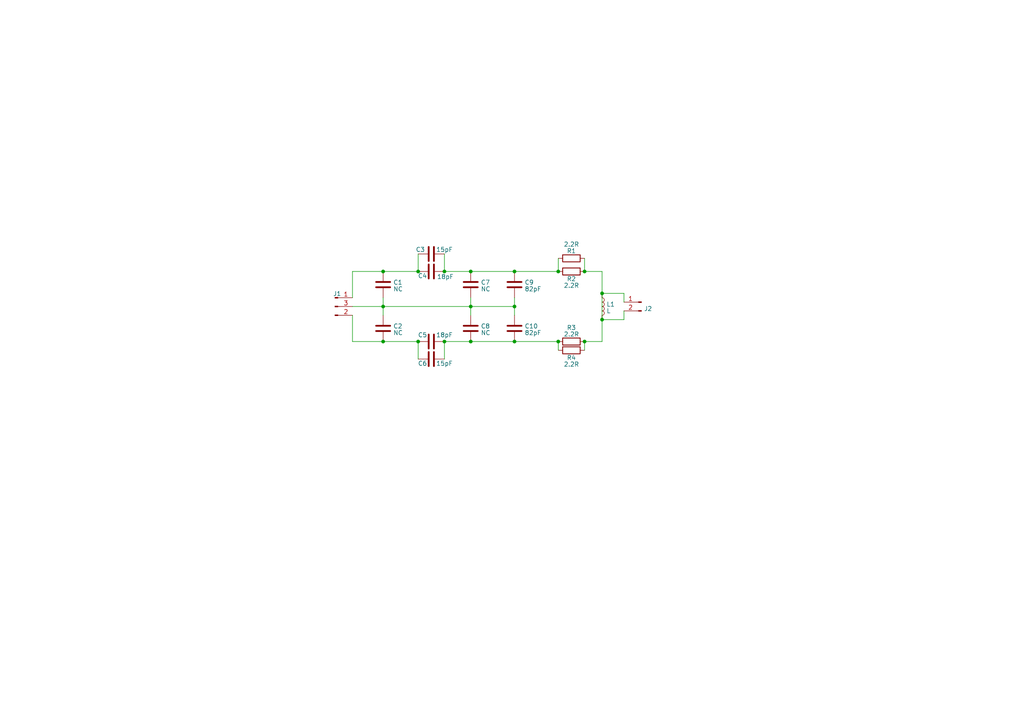
<source format=kicad_sch>
(kicad_sch (version 20230121) (generator eeschema)
  (paper "A4")
  (lib_symbols
    (symbol "Connector:Conn_01x02_Pin" (pin_names (offset 1.016) hide)
      (property "Reference" "J" (at 0 2.54 0))
      (property "Value" "Conn_01x02_Pin" (at 0 -5.08 0))
      (symbol "Conn_01x02_Pin_1_1"
        (polyline (pts (xy 1.27 -2.54) (xy 0.8636 -2.54)) (stroke (width 0.1524)))
        (polyline (pts (xy 1.27 0) (xy 0.8636 0)) (stroke (width 0.1524)))
        (rectangle (start 0.8636 -2.413) (end 0 -2.667) (stroke (width 0.1524)) (fill (type outline)))
        (rectangle (start 0.8636 0.127) (end 0 -0.127) (stroke (width 0.1524)) (fill (type outline)))
        (pin passive line (at 5.08 0 180) (length 3.81) (name "Pin_1") (number "1"))
        (pin passive line (at 5.08 -2.54 180) (length 3.81) (name "Pin_2") (number "2"))
      )
    )
    (symbol "Device:C" (pin_numbers hide) (pin_names (offset 0.254))
      (property "Reference" "C" (at 0.635 2.54 0))
      (property "Value" "C" (at 0.635 -2.54 0))
      (symbol "C_0_1"
        (polyline (pts (xy -2.032 -0.762) (xy 2.032 -0.762)) (stroke (width 0.508)))
        (polyline (pts (xy -2.032 0.762) (xy 2.032 0.762)) (stroke (width 0.508)))
      )
      (symbol "C_1_1"
        (pin passive line (at 0 3.81 270) (length 2.794) (name "~") (number "1"))
        (pin passive line (at 0 -3.81 90) (length 2.794) (name "~") (number "2"))
      )
    )
    (symbol "Device:R" (pin_numbers hide) (pin_names (offset 0))
      (property "Reference" "R" (at 2.032 0 90))
      (property "Value" "R" (at 0 0 90))
      (symbol "R_0_1"
        (rectangle (start -1.016 -2.54) (end 1.016 2.54) (stroke (width 0.254)))
      )
      (symbol "R_1_1"
        (pin passive line (at 0 3.81 270) (length 1.27) (name "~") (number "1"))
        (pin passive line (at 0 -3.81 90) (length 1.27) (name "~") (number "2"))
      )
    )
    (symbol "rfidAntenna38x41:Conn_01x03_Pin" (pin_names (offset 1.016) hide)
      (property "Reference" "J1" (at 0.635 3.7051 0))
      (symbol "Conn_01x03_Pin_1_1"
        (polyline (pts (xy 1.27 -2.54) (xy 0.8636 -2.54)) (stroke (width 0.1524)))
        (polyline (pts (xy 1.27 0) (xy 0.8636 0)) (stroke (width 0.1524)))
        (polyline (pts (xy 1.27 2.54) (xy 0.8636 2.54)) (stroke (width 0.1524)))
        (rectangle (start 0.8636 -2.413) (end 0 -2.667) (stroke (width 0.1524)) (fill (type outline)))
        (rectangle (start 0.8636 0.127) (end 0 -0.127) (stroke (width 0.1524)) (fill (type outline)))
        (rectangle (start 0.8636 2.667) (end 0 2.413) (stroke (width 0.1524)) (fill (type outline)))
        (pin passive line (at 5.08 2.54 180) (length 3.81) (name "Pin_1") (number "1"))
        (pin passive line (at 5.08 -2.54 180) (length 3.81) (name "Pin_3") (number "2"))
        (pin passive line (at 5.08 0 180) (length 3.81) (name "Pin_2") (number "3"))
      )
    )
    (symbol "rfidAntenna38x41:L" (pin_numbers hide) (pin_names (offset 1.016) hide)
      (property "Reference" "L1" (at 1.2672 0.6437 0))
      (property "Value" "L" (at 1.2672 -1.2773 0))
      (symbol "L_0_1"
        (arc (start 0 -2.54) (mid 0.6323 -1.905) (end 0 -1.27))
        (arc (start 0 -1.27) (mid 0.6323 -0.635) (end 0 0))
        (arc (start 0 0) (mid 0.6323 0.635) (end 0 1.27))
        (arc (start 0 1.27) (mid 0.6323 1.905) (end 0 2.54))
      )
      (symbol "L_1_1"
        (pin passive line (at 0 3.81 270) (length 1.27) (name "1") (number "1"))
        (pin passive line (at 0 -3.81 90) (length 1.27) (name "2") (number "2"))
      )
    )
  )
  (junction (at 149.225 99.06))
  (junction (at 128.905 78.74))
  (junction (at 169.545 78.74))
  (junction (at 161.925 78.74))
  (junction (at 121.285 99.06))
  (junction (at 111.125 88.9))
  (junction (at 111.125 99.06))
  (junction (at 136.525 99.06))
  (junction (at 174.625 85.09))
  (junction (at 174.625 92.71))
  (junction (at 128.905 99.06))
  (junction (at 169.545 99.06))
  (junction (at 161.925 99.06))
  (junction (at 136.525 88.9))
  (junction (at 136.525 78.74))
  (junction (at 149.225 78.74))
  (junction (at 111.125 78.74))
  (junction (at 121.285 78.74))
  (junction (at 149.225 88.9))
  (wire (pts (xy 121.285 78.74) (xy 121.285 73.66)))
  (wire (pts (xy 121.285 104.14) (xy 121.285 99.06)))
  (wire (pts (xy 149.225 88.9) (xy 149.225 91.44)))
  (wire (pts (xy 174.625 92.71) (xy 174.625 99.06)))
  (wire (pts (xy 121.285 99.06) (xy 111.125 99.06)))
  (wire (pts (xy 180.975 85.09) (xy 180.975 87.63)))
  (wire (pts (xy 169.545 74.93) (xy 169.545 78.74)))
  (wire (pts (xy 111.125 86.36) (xy 111.125 88.9)))
  (wire (pts (xy 102.235 88.9) (xy 111.125 88.9)))
  (wire (pts (xy 102.235 99.06) (xy 111.125 99.06)))
  (wire (pts (xy 102.235 86.36) (xy 102.235 78.74)))
  (wire (pts (xy 128.905 78.74) (xy 128.905 73.66)))
  (wire (pts (xy 149.225 78.74) (xy 161.925 78.74)))
  (wire (pts (xy 169.545 99.06) (xy 174.625 99.06)))
  (wire (pts (xy 174.625 85.09) (xy 180.975 85.09)))
  (wire (pts (xy 102.235 91.44) (xy 102.235 99.06)))
  (wire (pts (xy 128.905 99.06) (xy 136.525 99.06)))
  (wire (pts (xy 136.525 78.74) (xy 149.225 78.74)))
  (wire (pts (xy 174.625 85.09) (xy 174.625 92.71)))
  (wire (pts (xy 128.905 78.74) (xy 136.525 78.74)))
  (wire (pts (xy 149.225 88.9) (xy 149.225 86.36)))
  (wire (pts (xy 111.125 78.74) (xy 121.285 78.74)))
  (wire (pts (xy 180.975 92.71) (xy 174.625 92.71)))
  (wire (pts (xy 136.525 88.9) (xy 136.525 91.44)))
  (wire (pts (xy 136.525 86.36) (xy 136.525 88.9)))
  (wire (pts (xy 128.905 104.14) (xy 128.905 99.06)))
  (wire (pts (xy 174.625 85.09) (xy 174.625 78.74)))
  (wire (pts (xy 161.925 78.74) (xy 161.925 74.93)))
  (wire (pts (xy 180.975 90.17) (xy 180.975 92.71)))
  (wire (pts (xy 111.125 88.9) (xy 136.525 88.9)))
  (wire (pts (xy 136.525 99.06) (xy 149.225 99.06)))
  (wire (pts (xy 169.545 101.6) (xy 169.545 99.06)))
  (wire (pts (xy 169.545 78.74) (xy 174.625 78.74)))
  (wire (pts (xy 136.525 88.9) (xy 149.225 88.9)))
  (wire (pts (xy 102.235 78.74) (xy 111.125 78.74)))
  (wire (pts (xy 149.225 99.06) (xy 161.925 99.06)))
  (wire (pts (xy 161.925 101.6) (xy 161.925 99.06)))
  (wire (pts (xy 111.125 88.9) (xy 111.125 91.44)))
  (symbol (lib_id "Device:C") (at 125.095 104.14 270) (unit 1)
    (property "Reference" "C6" (at 122.555 105.41 90))
    (property "Value" "15pF" (at 128.905 105.41 90))
    (property "Footprint" "Capacitor_SMD:C_0805_2012Metric" (effects hide))
  )
  (symbol (lib_id "rfidAntenna38x41:L") (at 174.625 88.9 0) (unit 1)
    (property "Reference" "L1" (at 175.8922 88.2563 0) (effects (justify left)))
    (property "Value" "L" (at 175.8922 90.1773 0) (effects (justify left)))
    (property "Footprint" "rfidAntenna38x41:rfidAntenna38x41" (effects hide))
  )
  (symbol (lib_id "Device:C") (at 125.095 99.06 90) (unit 1)
    (property "Reference" "C5" (at 122.555 97.155 90))
    (property "Value" "18pF" (at 128.905 97.155 90))
    (property "Footprint" "Capacitor_SMD:C_0805_2012Metric" (effects hide))
    (property "LCSC" "C113825" (effects hide))
  )
  (symbol (lib_id "Device:C") (at 111.125 95.25 0) (unit 1) (in_bom no)
    (property "Reference" "C2" (at 114.046 94.6063 0) (effects (justify left)))
    (property "Value" "NC" (at 114.046 96.5273 0) (effects (justify left)))
    (property "Footprint" "Capacitor_SMD:C_0805_2012Metric" (effects hide))
  )
  (symbol (lib_id "Device:R") (at 165.735 101.6 270) (unit 1)
    (property "Reference" "R4" (at 165.735 103.743 90))
    (property "Value" "2.2R" (at 165.735 105.664 90))
    (property "Footprint" "Resistor_SMD:R_0805_2012Metric" (effects hide))
  )
  (symbol (lib_id "Device:C") (at 125.095 78.74 90) (unit 1)
    (property "Reference" "C4" (at 122.555 80.01 90))
    (property "Value" "18pF" (at 129.159 80.264 90))
    (property "Footprint" "Capacitor_SMD:C_0805_2012Metric" (effects hide))
    (property "LCSC" "C113825" (effects hide))
  )
  (symbol (lib_id "rfidAntenna38x41:Conn_01x03_Pin") (at 97.155 88.9 0) (unit 1)
    (property "Reference" "J1" (at 97.79 85.1949 0))
    (property "Value" "Conn_01x03_Pin" (effects hide))
    (property "Footprint" "rfidAntenna38x41:PinHeader_1x03_P2.54mm_Vertical" (effects hide))
  )
  (symbol (lib_id "Device:R") (at 165.735 78.74 90) (unit 1)
    (property "Reference" "R2" (at 165.735 80.883 90))
    (property "Value" "2.2R" (at 165.735 82.804 90))
    (property "Footprint" "Resistor_SMD:R_0805_2012Metric" (effects hide))
  )
  (symbol (lib_id "Device:C") (at 136.525 82.55 0) (unit 1) (in_bom no)
    (property "Reference" "C7" (at 139.446 81.9063 0) (effects (justify left)))
    (property "Value" "NC" (at 139.446 83.8273 0) (effects (justify left)))
    (property "Footprint" "Capacitor_SMD:C_0805_2012Metric" (effects hide))
  )
  (symbol (lib_id "Connector:Conn_01x02_Pin") (at 186.055 87.63 0) (mirror y) (unit 1)
    (property "Reference" "J2" (at 186.7662 89.5437 0) (effects (justify right)))
    (property "Value" "Conn_01x02_Pin" (effects hide))
    (property "Footprint" "rfidAntenna38x41:PinHeader_1x02_P2.54mm_Vertical" (effects hide))
  )
  (symbol (lib_id "Device:C") (at 149.225 95.25 0) (unit 1)
    (property "Reference" "C10" (at 152.146 94.6063 0) (effects (justify left)))
    (property "Value" "82pF" (at 152.146 96.5273 0) (effects (justify left)))
    (property "Footprint" "Capacitor_SMD:C_0805_2012Metric" (effects hide))
  )
  (symbol (lib_id "Device:R") (at 165.735 99.06 90) (unit 1)
    (property "Reference" "R3" (at 165.735 95.0341 90))
    (property "Value" "2.2R" (at 165.735 96.9551 90))
    (property "Footprint" "Resistor_SMD:R_0805_2012Metric" (effects hide))
  )
  (symbol (lib_id "Device:C") (at 111.125 82.55 0) (unit 1) (in_bom no)
    (property "Reference" "C1" (at 114.046 81.9063 0) (effects (justify left)))
    (property "Value" "NC" (at 114.046 83.8273 0) (effects (justify left)))
    (property "Footprint" "Capacitor_SMD:C_0805_2012Metric" (effects hide))
  )
  (symbol (lib_id "Device:C") (at 125.095 73.66 90) (unit 1)
    (property "Reference" "C3" (at 121.92 72.39 90))
    (property "Value" "15pF" (at 128.905 72.39 90))
    (property "Footprint" "Capacitor_SMD:C_0805_2012Metric" (effects hide))
  )
  (symbol (lib_id "Device:C") (at 149.225 82.55 0) (unit 1)
    (property "Reference" "C9" (at 152.146 81.9063 0) (effects (justify left)))
    (property "Value" "82pF" (at 152.146 83.8273 0) (effects (justify left)))
    (property "Footprint" "Capacitor_SMD:C_0805_2012Metric" (effects hide))
  )
  (symbol (lib_id "Device:R") (at 165.735 74.93 270) (unit 1)
    (property "Reference" "R1" (at 165.735 72.787 90))
    (property "Value" "2.2R" (at 165.735 70.866 90))
    (property "Footprint" "Resistor_SMD:R_0805_2012Metric" (effects hide))
  )
  (symbol (lib_id "Device:C") (at 136.525 95.25 0) (unit 1) (in_bom no)
    (property "Reference" "C8" (at 139.446 94.6063 0) (effects (justify left)))
    (property "Value" "NC" (at 139.446 96.5273 0) (effects (justify left)))
    (property "Footprint" "Capacitor_SMD:C_0805_2012Metric" (effects hide))
  )
)
</source>
